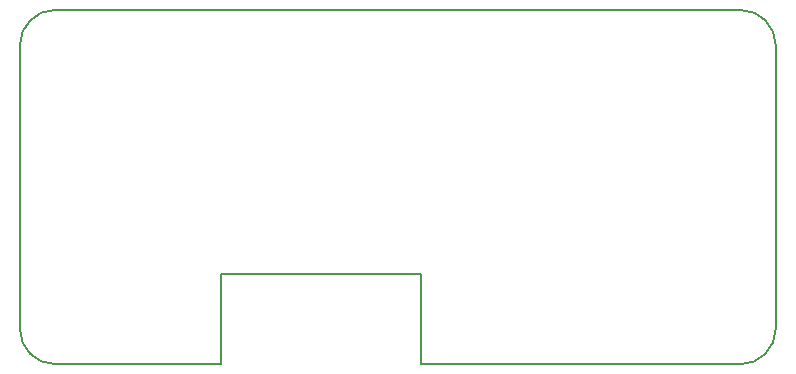
<source format=gbr>
G04 #@! TF.GenerationSoftware,KiCad,Pcbnew,(5.0.1)-4*
G04 #@! TF.CreationDate,2019-08-04T22:45:03+01:00*
G04 #@! TF.ProjectId,Bell-Boy,42656C6C2D426F792E6B696361645F70,rev?*
G04 #@! TF.SameCoordinates,Original*
G04 #@! TF.FileFunction,Profile,NP*
%FSLAX46Y46*%
G04 Gerber Fmt 4.6, Leading zero omitted, Abs format (unit mm)*
G04 Created by KiCad (PCBNEW (5.0.1)-4) date 04/08/2019 22:45:03*
%MOMM*%
%LPD*%
G01*
G04 APERTURE LIST*
%ADD10C,0.150000*%
%ADD11C,0.200000*%
G04 APERTURE END LIST*
D10*
X67000000Y-80000000D02*
X67000000Y-72380000D01*
X84000000Y-80000000D02*
X84000000Y-72380000D01*
X53000000Y-80000000D02*
G75*
G02X50000000Y-77000000I0J3000000D01*
G01*
X114000000Y-77000000D02*
G75*
G02X111000000Y-80000000I-3000000J0D01*
G01*
X50000000Y-53000000D02*
G75*
G02X53000000Y-50000000I3000000J0D01*
G01*
D11*
X111000000Y-50000000D02*
G75*
G02X114000000Y-53000000I0J-3000000D01*
G01*
D10*
X50000000Y-77000000D02*
X50000000Y-53000000D01*
X67000000Y-80000000D02*
X53000000Y-80000000D01*
X84000000Y-72380000D02*
X67000000Y-72380000D01*
X111000000Y-80000000D02*
X84000000Y-80000000D01*
X114000000Y-53000000D02*
X114000000Y-77000000D01*
X53000000Y-50000000D02*
X111000000Y-50000000D01*
M02*

</source>
